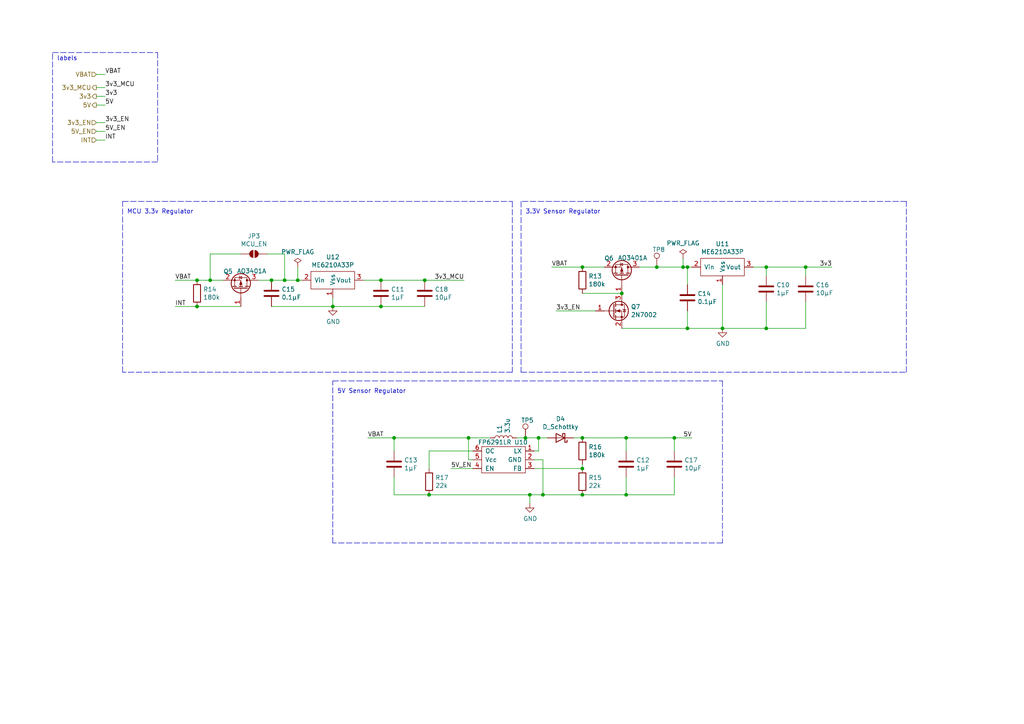
<source format=kicad_sch>
(kicad_sch (version 20250114) (generator "eeschema") (generator_version "9.0")
  (paper "A4")
  (title_block (title "SuperPower-uC") (date "2020-09-20") (rev "0.1") (comment 1 "Licence: CERN-OHL-W"))
  (lib_symbols
    (symbol "Connector:TestPoint" (pin_numbers (hide yes)) (pin_names (offset 0.762) (hide yes))
      (property "Reference" "TP" (at 0 6.858 0))
      (property "Value" "TestPoint" (at 0 5.08 0))
      (symbol "TestPoint_0_1"
        (circle (center 0 3.302) (radius 0.762))
      )
      (symbol "TestPoint_1_1"
        (pin passive line (at 0 0 90) (length 2.54) (name "1") (number "1"))
      )
    )
    (symbol "Device:C" (pin_numbers (hide yes)) (pin_names (offset 0.254))
      (property "Reference" "C" (at 0.635 2.54 0))
      (property "Value" "C" (at 0.635 -2.54 0))
      (symbol "C_0_1"
        (polyline (pts (xy -2.032 0.762) (xy 2.032 0.762)) (stroke (width 0.508)))
        (polyline (pts (xy -2.032 -0.762) (xy 2.032 -0.762)) (stroke (width 0.508)))
      )
      (symbol "C_1_1"
        (pin passive line (at 0 3.81 270) (length 2.794) (name "~") (number "1"))
        (pin passive line (at 0 -3.81 90) (length 2.794) (name "~") (number "2"))
      )
    )
    (symbol "Device:D_Schottky" (pin_numbers (hide yes)) (pin_names (offset 1.016) (hide yes))
      (property "Reference" "D" (at 0 2.54 0))
      (property "Value" "D_Schottky" (at 0 -2.54 0))
      (symbol "D_Schottky_0_1"
        (polyline (pts (xy -1.905 0.635) (xy -1.905 1.27) (xy -1.27 1.27) (xy -1.27 -1.27) (xy -0.635 -1.27) (xy -0.635 -0.635)) (stroke (width 0.254)))
        (polyline (pts (xy 1.27 1.27) (xy 1.27 -1.27) (xy -1.27 0) (xy 1.27 1.27)) (stroke (width 0.254)))
        (polyline (pts (xy 1.27 0) (xy -1.27 0)))
      )
      (symbol "D_Schottky_1_1"
        (pin passive line (at -3.81 0 0) (length 2.54) (name "K") (number "1"))
        (pin passive line (at 3.81 0 180) (length 2.54) (name "A") (number "2"))
      )
    )
    (symbol "Device:L" (pin_numbers (hide yes)) (pin_names (offset 1.016) (hide yes))
      (property "Reference" "L" (at -1.27 0 90))
      (property "Value" "L" (at 1.905 0 90))
      (symbol "L_0_1"
        (arc (start 0 2.54) (mid 0.6323 1.905) (end 0 1.27))
        (arc (start 0 1.27) (mid 0.6323 0.635) (end 0 0))
        (arc (start 0 0) (mid 0.6323 -0.635) (end 0 -1.27))
        (arc (start 0 -1.27) (mid 0.6323 -1.905) (end 0 -2.54))
      )
      (symbol "L_1_1"
        (pin passive line (at 0 3.81 270) (length 1.27) (name "1") (number "1"))
        (pin passive line (at 0 -3.81 90) (length 1.27) (name "2") (number "2"))
      )
    )
    (symbol "Device:R" (pin_numbers (hide yes)) (pin_names (offset 0))
      (property "Reference" "R" (at 2.032 0 90))
      (property "Value" "R" (at 0 0 90))
      (symbol "R_0_1"
        (rectangle (start -1.016 -2.54) (end 1.016 2.54) (stroke (width 0.254)))
      )
      (symbol "R_1_1"
        (pin passive line (at 0 3.81 270) (length 1.27) (name "~") (number "1"))
        (pin passive line (at 0 -3.81 90) (length 1.27) (name "~") (number "2"))
      )
    )
    (symbol "FP6291LR:FP6291LR" (pin_names (offset 1.016))
      (property "Reference" "U" (at 0 3.81 0))
      (property "Value" "FP6291LR" (at 0 6.35 0))
      (symbol "FP6291LR_0_0"
        (pin power_out line (at -8.89 3.81 0) (length 2.54) (name "LX") (number "1"))
        (pin power_in line (at -8.89 1.27 0) (length 2.54) (name "GND") (number "2"))
        (pin input line (at -8.89 -1.27 0) (length 2.54) (name "FB") (number "3"))
        (pin input line (at 8.89 3.81 180) (length 2.54) (name "OC") (number "6"))
        (pin power_in line (at 8.89 1.27 180) (length 2.54) (name "Vcc") (number "5"))
        (pin input line (at 8.89 -1.27 180) (length 2.54) (name "EN") (number "4"))
      )
      (symbol "FP6291LR_0_1"
        (rectangle (start -6.35 5.08) (end 6.35 -2.54))
      )
    )
    (symbol "Jumper:SolderJumper_2_Open" (pin_numbers (hide yes)) (pin_names (offset 0) (hide yes)) (exclude_from_sim yes) (in_bom no)
      (property "Reference" "JP" (at 0 2.032 0))
      (property "Value" "SolderJumper_2_Open" (at 0 -2.54 0))
      (symbol "SolderJumper_2_Open_0_1"
        (polyline (pts (xy -0.254 1.016) (xy -0.254 -1.016)))
        (arc (start -0.254 -1.016) (mid -1.2656 0) (end -0.254 1.016))
        (arc (start -0.254 -1.016) (mid -1.2656 0) (end -0.254 1.016) (fill (type outline)))
        (arc (start 0.254 1.016) (mid 1.2656 0) (end 0.254 -1.016))
        (arc (start 0.254 1.016) (mid 1.2656 0) (end 0.254 -1.016) (fill (type outline)))
        (polyline (pts (xy 0.254 1.016) (xy 0.254 -1.016)))
      )
      (symbol "SolderJumper_2_Open_1_1"
        (pin passive line (at -3.81 0 0) (length 2.54) (name "A") (number "1"))
        (pin passive line (at 3.81 0 180) (length 2.54) (name "B") (number "2"))
      )
    )
    (symbol "ME6210A33P:ME6210A33P" (pin_names (offset 1.016))
      (property "Reference" "U" (at 5.08 3.81 0))
      (property "Value" "ME6210A33P" (at -2.54 3.81 0))
      (symbol "ME6210A33P_0_0"
        (pin power_in line (at -8.89 0 0) (length 2.54) (name "Vin") (number "2"))
        (pin power_in line (at 0 -5.08 90) (length 2.54) (name "Vss") (number "1"))
        (pin power_out line (at 8.89 0 180) (length 2.54) (name "Vout") (number "3"))
      )
      (symbol "ME6210A33P_0_1"
        (rectangle (start -6.35 2.54) (end 6.35 -2.54))
      )
    )
    (symbol "Transistor_FET:2N7002" (pin_names (hide yes))
      (property "Reference" "Q" (at 5.08 1.905 0))
      (property "Value" "2N7002" (at 5.08 0 0))
      (symbol "2N7002_0_1"
        (polyline (pts (xy 0.254 1.905) (xy 0.254 -1.905)) (stroke (width 0.254)))
        (polyline (pts (xy 0.254 0) (xy -2.54 0)))
        (polyline (pts (xy 0.762 2.286) (xy 0.762 1.27)) (stroke (width 0.254)))
        (polyline (pts (xy 0.762 0.508) (xy 0.762 -0.508)) (stroke (width 0.254)))
        (polyline (pts (xy 0.762 -1.27) (xy 0.762 -2.286)) (stroke (width 0.254)))
        (polyline (pts (xy 0.762 -1.778) (xy 3.302 -1.778) (xy 3.302 1.778) (xy 0.762 1.778)))
        (polyline (pts (xy 1.016 0) (xy 2.032 0.381) (xy 2.032 -0.381) (xy 1.016 0)) (fill (type outline)))
        (circle (center 1.651 0) (radius 2.794) (stroke (width 0.254)))
        (polyline (pts (xy 2.54 2.54) (xy 2.54 1.778)))
        (circle (center 2.54 1.778) (radius 0.254) (fill (type outline)))
        (circle (center 2.54 -1.778) (radius 0.254) (fill (type outline)))
        (polyline (pts (xy 2.54 -2.54) (xy 2.54 0) (xy 0.762 0)))
        (polyline (pts (xy 2.794 0.508) (xy 2.921 0.381) (xy 3.683 0.381) (xy 3.81 0.254)))
        (polyline (pts (xy 3.302 0.381) (xy 2.921 -0.254) (xy 3.683 -0.254) (xy 3.302 0.381)))
      )
      (symbol "2N7002_1_1"
        (pin input line (at -5.08 0 0) (length 2.54) (name "G") (number "1"))
        (pin passive line (at 2.54 5.08 270) (length 2.54) (name "D") (number "3"))
        (pin passive line (at 2.54 -5.08 90) (length 2.54) (name "S") (number "2"))
      )
    )
    (symbol "Transistor_FET:AO3401A" (pin_names (hide yes))
      (property "Reference" "Q" (at 5.08 1.905 0))
      (property "Value" "AO3401A" (at 5.08 0 0))
      (symbol "AO3401A_0_1"
        (polyline (pts (xy 0.254 1.905) (xy 0.254 -1.905)) (stroke (width 0.254)))
        (polyline (pts (xy 0.254 0) (xy -2.54 0)))
        (polyline (pts (xy 0.762 2.286) (xy 0.762 1.27)) (stroke (width 0.254)))
        (polyline (pts (xy 0.762 1.778) (xy 3.302 1.778) (xy 3.302 -1.778) (xy 0.762 -1.778)))
        (polyline (pts (xy 0.762 0.508) (xy 0.762 -0.508)) (stroke (width 0.254)))
        (polyline (pts (xy 0.762 -1.27) (xy 0.762 -2.286)) (stroke (width 0.254)))
        (circle (center 1.651 0) (radius 2.794) (stroke (width 0.254)))
        (polyline (pts (xy 2.286 0) (xy 1.27 0.381) (xy 1.27 -0.381) (xy 2.286 0)) (fill (type outline)))
        (polyline (pts (xy 2.54 2.54) (xy 2.54 1.778)))
        (circle (center 2.54 1.778) (radius 0.254) (fill (type outline)))
        (circle (center 2.54 -1.778) (radius 0.254) (fill (type outline)))
        (polyline (pts (xy 2.54 -2.54) (xy 2.54 0) (xy 0.762 0)))
        (polyline (pts (xy 2.794 -0.508) (xy 2.921 -0.381) (xy 3.683 -0.381) (xy 3.81 -0.254)))
        (polyline (pts (xy 3.302 -0.381) (xy 2.921 0.254) (xy 3.683 0.254) (xy 3.302 -0.381)))
      )
      (symbol "AO3401A_1_1"
        (pin input line (at -5.08 0 0) (length 2.54) (name "G") (number "1"))
        (pin passive line (at 2.54 5.08 270) (length 2.54) (name "D") (number "3"))
        (pin passive line (at 2.54 -5.08 90) (length 2.54) (name "S") (number "2"))
      )
    )
    (symbol "power:GND" (power) (pin_numbers (hide yes)) (pin_names (offset 0) (hide yes))
      (property "Value" "GND" (at 0 -3.81 0))
      (symbol "GND_0_1"
        (polyline (pts (xy 0 0) (xy 0 -1.27) (xy 1.27 -1.27) (xy 0 -2.54) (xy -1.27 -1.27) (xy 0 -1.27)))
      )
      (symbol "GND_1_1"
        (pin power_in line (at 0 0 270) (length 0) (name "~") (number "1"))
      )
    )
    (symbol "power:PWR_FLAG" (power) (pin_numbers (hide yes)) (pin_names (offset 0) (hide yes))
      (property "Value" "PWR_FLAG" (at 0 3.81 0))
      (symbol "PWR_FLAG_0_0"
        (pin power_out line (at 0 0 90) (length 0) (name "~") (number "1"))
      )
      (symbol "PWR_FLAG_0_1"
        (polyline (pts (xy 0 0) (xy 0 1.27) (xy -1.016 1.905) (xy 0 2.54) (xy 1.016 1.905) (xy 0 1.27)))
      )
    )
  )
  (text "MCU 3.3v Regulator\n" (at 36.83 62.23 0) (effects (font (size 1.27 1.27)) (justify left bottom)))
  (text "3.3V Sensor Regulator\n" (at 152.4 62.23 0) (effects (font (size 1.27 1.27)) (justify left bottom)))
  (text "labels\n" (at 16.51 17.78 0) (effects (font (size 1.27 1.27)) (justify left bottom)))
  (text "5V Sensor Regulator" (at 97.79 114.3 0) (effects (font (size 1.27 1.27)) (justify left bottom)))
  (junction (at 110.49 81.28))
  (junction (at 60.96 81.28))
  (junction (at 198.12 77.47))
  (junction (at 96.52 88.9))
  (junction (at 199.39 95.25))
  (junction (at 153.67 143.51))
  (junction (at 82.55 81.28))
  (junction (at 157.48 143.51))
  (junction (at 110.49 88.9))
  (junction (at 114.3 127))
  (junction (at 181.61 143.51))
  (junction (at 168.91 143.51))
  (junction (at 57.15 88.9))
  (junction (at 124.46 143.51))
  (junction (at 156.21 127))
  (junction (at 190.5 77.47))
  (junction (at 168.91 127))
  (junction (at 222.25 95.25))
  (junction (at 180.34 85.09))
  (junction (at 135.89 127))
  (junction (at 233.68 77.47))
  (junction (at 57.15 81.28))
  (junction (at 168.91 135.89))
  (junction (at 78.74 81.28))
  (junction (at 86.36 81.28))
  (junction (at 181.61 127))
  (junction (at 209.55 95.25))
  (junction (at 123.19 81.28))
  (junction (at 168.91 77.47))
  (junction (at 199.39 77.47))
  (junction (at 195.58 127))
  (junction (at 152.4 127))
  (junction (at 222.25 77.47))
  (wire (pts (xy 198.12 74.93) (xy 198.12 77.47)))
  (wire (pts (xy 50.8 81.28) (xy 57.15 81.28)))
  (wire (pts (xy 181.61 138.43) (xy 181.61 143.51)))
  (wire (pts (xy 152.4 127) (xy 156.21 127)))
  (wire (pts (xy 199.39 90.17) (xy 199.39 95.25)))
  (wire (pts (xy 86.36 77.47) (xy 86.36 81.28)))
  (wire (pts (xy 168.91 135.89) (xy 168.91 134.62)))
  (wire (pts (xy 60.96 73.66) (xy 60.96 81.28)))
  (wire (pts (xy 195.58 127) (xy 195.58 130.81)))
  (wire (pts (xy 64.77 81.28) (xy 60.96 81.28)))
  (wire (pts (xy 124.46 130.81) (xy 137.16 130.81)))
  (polyline (pts (xy 209.55 110.49) (xy 209.55 157.48)) (stroke (width 0) (type dash)))
  (wire (pts (xy 161.29 90.17) (xy 172.72 90.17)))
  (polyline (pts (xy 262.89 107.95) (xy 262.89 58.42)) (stroke (width 0) (type dash)))
  (wire (pts (xy 30.48 30.48) (xy 27.94 30.48)))
  (wire (pts (xy 130.81 135.89) (xy 137.16 135.89)))
  (wire (pts (xy 105.41 81.28) (xy 110.49 81.28)))
  (wire (pts (xy 181.61 127) (xy 181.61 130.81)))
  (wire (pts (xy 50.8 88.9) (xy 57.15 88.9)))
  (wire (pts (xy 168.91 143.51) (xy 157.48 143.51)))
  (polyline (pts (xy 151.13 107.95) (xy 262.89 107.95)) (stroke (width 0) (type dash)))
  (wire (pts (xy 199.39 95.25) (xy 180.34 95.25)))
  (wire (pts (xy 181.61 143.51) (xy 168.91 143.51)))
  (wire (pts (xy 190.5 77.47) (xy 198.12 77.47)))
  (wire (pts (xy 168.91 85.09) (xy 180.34 85.09)))
  (wire (pts (xy 124.46 135.89) (xy 124.46 130.81)))
  (wire (pts (xy 60.96 73.66) (xy 69.85 73.66)))
  (wire (pts (xy 74.93 81.28) (xy 78.74 81.28)))
  (wire (pts (xy 78.74 88.9) (xy 96.52 88.9)))
  (wire (pts (xy 195.58 143.51) (xy 181.61 143.51)))
  (wire (pts (xy 114.3 143.51) (xy 124.46 143.51)))
  (polyline (pts (xy 262.89 58.42) (xy 151.13 58.42)) (stroke (width 0) (type dash)))
  (wire (pts (xy 135.89 127) (xy 114.3 127)))
  (wire (pts (xy 168.91 77.47) (xy 175.26 77.47)))
  (polyline (pts (xy 148.59 107.95) (xy 35.56 107.95)) (stroke (width 0) (type dash)))
  (wire (pts (xy 233.68 77.47) (xy 233.68 80.01)))
  (wire (pts (xy 222.25 87.63) (xy 222.25 95.25)))
  (wire (pts (xy 198.12 77.47) (xy 199.39 77.47)))
  (wire (pts (xy 149.86 127) (xy 152.4 127)))
  (wire (pts (xy 158.75 127) (xy 156.21 127)))
  (polyline (pts (xy 96.52 157.48) (xy 96.52 110.49)) (stroke (width 0) (type dash)))
  (wire (pts (xy 30.48 40.64) (xy 27.94 40.64)))
  (wire (pts (xy 153.67 143.51) (xy 153.67 146.05)))
  (wire (pts (xy 60.96 81.28) (xy 57.15 81.28)))
  (wire (pts (xy 82.55 81.28) (xy 86.36 81.28)))
  (wire (pts (xy 86.36 81.28) (xy 87.63 81.28)))
  (wire (pts (xy 154.94 130.81) (xy 156.21 130.81)))
  (wire (pts (xy 57.15 88.9) (xy 69.85 88.9)))
  (wire (pts (xy 106.68 127) (xy 114.3 127)))
  (polyline (pts (xy 35.56 107.95) (xy 35.56 58.42)) (stroke (width 0) (type dash)))
  (wire (pts (xy 30.48 27.94) (xy 27.94 27.94)))
  (wire (pts (xy 222.25 77.47) (xy 222.25 80.01)))
  (wire (pts (xy 209.55 95.25) (xy 222.25 95.25)))
  (wire (pts (xy 222.25 77.47) (xy 233.68 77.47)))
  (wire (pts (xy 77.47 73.66) (xy 82.55 73.66)))
  (wire (pts (xy 199.39 77.47) (xy 199.39 82.55)))
  (polyline (pts (xy 209.55 157.48) (xy 96.52 157.48)) (stroke (width 0) (type dash)))
  (wire (pts (xy 78.74 81.28) (xy 82.55 81.28)))
  (wire (pts (xy 209.55 95.25) (xy 199.39 95.25)))
  (polyline (pts (xy 96.52 110.49) (xy 209.55 110.49)) (stroke (width 0) (type dash)))
  (wire (pts (xy 142.24 127) (xy 135.89 127)))
  (wire (pts (xy 199.39 77.47) (xy 200.66 77.47)))
  (wire (pts (xy 218.44 77.47) (xy 222.25 77.47)))
  (wire (pts (xy 82.55 73.66) (xy 82.55 81.28)))
  (wire (pts (xy 124.46 143.51) (xy 153.67 143.51)))
  (wire (pts (xy 114.3 127) (xy 114.3 130.81)))
  (polyline (pts (xy 45.72 15.24) (xy 45.72 46.99)) (stroke (width 0) (type dash)))
  (wire (pts (xy 181.61 127) (xy 195.58 127)))
  (wire (pts (xy 30.48 38.1) (xy 27.94 38.1)))
  (wire (pts (xy 154.94 135.89) (xy 168.91 135.89)))
  (wire (pts (xy 168.91 127) (xy 181.61 127)))
  (wire (pts (xy 123.19 88.9) (xy 110.49 88.9)))
  (wire (pts (xy 110.49 81.28) (xy 123.19 81.28)))
  (wire (pts (xy 195.58 127) (xy 200.66 127)))
  (wire (pts (xy 96.52 88.9) (xy 110.49 88.9)))
  (polyline (pts (xy 15.24 46.99) (xy 15.24 15.24)) (stroke (width 0) (type dash)))
  (wire (pts (xy 137.16 133.35) (xy 135.89 133.35)))
  (wire (pts (xy 209.55 82.55) (xy 209.55 95.25)))
  (wire (pts (xy 135.89 133.35) (xy 135.89 127)))
  (wire (pts (xy 156.21 127) (xy 156.21 130.81)))
  (wire (pts (xy 96.52 86.36) (xy 96.52 88.9)))
  (wire (pts (xy 123.19 81.28) (xy 134.62 81.28)))
  (wire (pts (xy 222.25 95.25) (xy 233.68 95.25)))
  (wire (pts (xy 27.94 21.59) (xy 30.48 21.59)))
  (polyline (pts (xy 15.24 15.24) (xy 45.72 15.24)) (stroke (width 0) (type dash)))
  (wire (pts (xy 114.3 138.43) (xy 114.3 143.51)))
  (polyline (pts (xy 35.56 58.42) (xy 148.59 58.42)) (stroke (width 0) (type dash)))
  (wire (pts (xy 153.67 143.51) (xy 157.48 143.51)))
  (wire (pts (xy 154.94 133.35) (xy 157.48 133.35)))
  (wire (pts (xy 160.02 77.47) (xy 168.91 77.47)))
  (polyline (pts (xy 148.59 58.42) (xy 148.59 107.95)) (stroke (width 0) (type dash)))
  (wire (pts (xy 233.68 87.63) (xy 233.68 95.25)))
  (wire (pts (xy 233.68 77.47) (xy 241.3 77.47)))
  (wire (pts (xy 185.42 77.47) (xy 190.5 77.47)))
  (wire (pts (xy 157.48 133.35) (xy 157.48 143.51)))
  (polyline (pts (xy 45.72 46.99) (xy 15.24 46.99)) (stroke (width 0) (type dash)))
  (wire (pts (xy 30.48 25.4) (xy 27.94 25.4)))
  (wire (pts (xy 30.48 35.56) (xy 27.94 35.56)))
  (polyline (pts (xy 151.13 58.42) (xy 151.13 107.95)) (stroke (width 0) (type dash)))
  (wire (pts (xy 195.58 138.43) (xy 195.58 143.51)))
  (wire (pts (xy 168.91 127) (xy 166.37 127)))
  (label "5V_EN" (at 30.48 38.1 0))
  (label "INT" (at 30.48 40.64 0))
  (label "5V" (at 200.66 127 180))
  (label "VBAT" (at 106.68 127 0))
  (label "3v3" (at 30.48 27.94 0))
  (label "3v3" (at 241.3 77.47 180))
  (label "3v3_MCU" (at 30.48 25.4 0))
  (label "VBAT" (at 160.02 77.47 0))
  (label "VBAT" (at 50.8 81.28 0))
  (label "3v3_MCU" (at 134.62 81.28 180))
  (label "INT" (at 50.8 88.9 0))
  (label "5V_EN" (at 130.81 135.89 0))
  (label "VBAT" (at 30.48 21.59 0))
  (label "5V" (at 30.48 30.48 0))
  (label "3v3_EN" (at 161.29 90.17 0))
  (label "3v3_EN" (at 30.48 35.56 0))
  (hierarchical_label "3v3_EN" (shape input) (at 27.94 35.56 180))
  (hierarchical_label "INT" (shape input) (at 27.94 40.64 180))
  (hierarchical_label "5V_EN" (shape input) (at 27.94 38.1 180))
  (hierarchical_label "3v3_MCU" (shape output) (at 27.94 25.4 180))
  (hierarchical_label "VBAT" (shape input) (at 27.94 21.59 180))
  (hierarchical_label "3v3" (shape output) (at 27.94 27.94 180))
  (hierarchical_label "5V" (shape output) (at 27.94 30.48 180))
  (symbol (lib_id "FP6291LR:FP6291LR") (at 146.05 134.62 0) (mirror y) (unit 1)
    (property "Reference" "U10" (at 151.13 128.27 0))
    (property "Value" "FP6291LR" (at 143.51 128.27 0))
    (property "Footprint" "Package_TO_SOT_SMD:SOT-23-6_Handsoldering" (effects (hide yes)))
    (property "Datasheet" "www.feeling-tech.com.tw/km-master/ezcatfiles/cust/img/img/24/fp6291v064.pdf" (effects (hide yes)))
    (property "LCSC" "C18701" (effects (hide yes)))
  )
  (symbol (lib_id "ME6210A33P:ME6210A33P") (at 96.52 81.28 0) (unit 1)
    (property "Reference" "U12" (at 96.52 74.549 0))
    (property "Value" "ME6210A33P" (at 96.52 76.8604 0))
    (property "Footprint" "Package_TO_SOT_SMD:SOT-89-3_Handsoldering" (effects (hide yes)))
    (property "Datasheet" "https://datasheet.lcsc.com/szlcsc/1810201611_MICRONE-Nanjing-Micro-One-Elec-ME6210A33PG_C85233.pdf" (effects (hide yes)))
    (property "LCSC" "C85233" (effects (hide yes)))
  )
  (symbol (lib_id "ME6210A33P:ME6210A33P") (at 209.55 77.47 0) (unit 1)
    (property "Reference" "U11" (at 209.55 70.739 0))
    (property "Value" "ME6210A33P" (at 209.55 73.0504 0))
    (property "Footprint" "Package_TO_SOT_SMD:SOT-89-3_Handsoldering" (effects (hide yes)))
    (property "Datasheet" "https://datasheet.lcsc.com/szlcsc/1810201611_MICRONE-Nanjing-Micro-One-Elec-ME6210A33PG_C85233.pdf" (effects (hide yes)))
    (property "LCSC" "C85233" (effects (hide yes)))
  )
  (symbol (lib_id "Transistor_FET:AO3401A") (at 69.85 83.82 270) (mirror x) (unit 1)
    (property "Reference" "Q5" (at 64.77 78.74 90) (effects (justify left)))
    (property "Value" "AO3401A" (at 68.707 78.613 90) (effects (justify left)))
    (property "Footprint" "Package_TO_SOT_SMD:SOT-23_Handsoldering" (effects (hide yes)))
    (property "Datasheet" "http://www.aosmd.com/pdfs/datasheet/AO3401A.pdf" (effects (hide yes)))
    (property "LCSC" "C347476" (effects (hide yes)))
  )
  (symbol (lib_id "Transistor_FET:AO3401A") (at 180.34 80.01 270) (mirror x) (unit 1)
    (property "Reference" "Q6" (at 175.26 74.93 90) (effects (justify left)))
    (property "Value" "AO3401A" (at 179.197 74.803 90) (effects (justify left)))
    (property "Footprint" "Package_TO_SOT_SMD:SOT-23_Handsoldering" (effects (hide yes)))
    (property "Datasheet" "http://www.aosmd.com/pdfs/datasheet/AO3401A.pdf" (effects (hide yes)))
    (property "LCSC" "C347476" (effects (hide yes)))
  )
  (symbol (lib_id "Device:R") (at 168.91 81.28 0) (unit 1)
    (property "Reference" "R13" (at 170.688 80.1116 0) (effects (justify left)))
    (property "Value" "180k" (at 170.688 82.423 0) (effects (justify left)))
    (property "Footprint" "Resistor_SMD:R_0603_1608Metric_Pad0.98x0.95mm_HandSolder" (effects (hide yes)))
    (property "LCSC" "C22827" (effects (hide yes)))
  )
  (symbol (lib_id "Device:R") (at 57.15 85.09 0) (unit 1)
    (property "Reference" "R14" (at 58.928 83.9216 0) (effects (justify left)))
    (property "Value" "180k" (at 58.928 86.233 0) (effects (justify left)))
    (property "Footprint" "Resistor_SMD:R_0603_1608Metric_Pad0.98x0.95mm_HandSolder" (effects (hide yes)))
    (property "LCSC" "C22827" (effects (hide yes)))
  )
  (symbol (lib_id "Transistor_FET:2N7002") (at 177.8 90.17 0) (unit 1)
    (property "Reference" "Q7" (at 182.9816 89.0016 0) (effects (justify left)))
    (property "Value" "2N7002" (at 182.9816 91.313 0) (effects (justify left)))
    (property "Footprint" "Package_TO_SOT_SMD:SOT-23" (effects (hide yes)))
    (property "Datasheet" "https://www.fairchildsemi.com/datasheets/2N/2N7002.pdf" (effects (hide yes)))
    (property "LCSC" "C8545" (effects (hide yes)))
  )
  (symbol (lib_id "power:GND") (at 209.55 95.25 0) (unit 1)
    (property "Reference" "#PWR0112" (effects (hide yes)))
    (property "Value" "GND" (at 209.677 99.6442 0))
  )
  (symbol (lib_id "power:GND") (at 96.52 88.9 0) (unit 1)
    (property "Reference" "#PWR0113" (effects (hide yes)))
    (property "Value" "GND" (at 96.647 93.2942 0))
  )
  (symbol (lib_id "Device:C") (at 222.25 83.82 0) (unit 1)
    (property "Reference" "C10" (at 225.171 82.6516 0) (effects (justify left)))
    (property "Value" "1µF" (at 225.171 84.963 0) (effects (justify left)))
    (property "Footprint" "Capacitor_SMD:C_0603_1608Metric_Pad1.08x0.95mm_HandSolder" (effects (hide yes)))
    (property "LCSC" "C15849" (effects (hide yes)))
  )
  (symbol (lib_id "Jumper:SolderJumper_2_Open") (at 73.66 73.66 0) (unit 1)
    (property "Reference" "JP3" (at 73.66 68.453 0))
    (property "Value" "MCU_EN" (at 73.66 70.7644 0))
    (property "Footprint" "Jumper:SolderJumper-2_P1.3mm_Open_Pad1.0x1.5mm" (effects (hide yes)))
  )
  (symbol (lib_id "Device:C") (at 110.49 85.09 0) (unit 1)
    (property "Reference" "C11" (at 113.411 83.9216 0) (effects (justify left)))
    (property "Value" "1µF" (at 113.411 86.233 0) (effects (justify left)))
    (property "Footprint" "Capacitor_SMD:C_0603_1608Metric_Pad1.08x0.95mm_HandSolder" (effects (hide yes)))
    (property "LCSC" "C15849" (effects (hide yes)))
  )
  (symbol (lib_id "power:GND") (at 153.67 146.05 0) (unit 1)
    (property "Reference" "#PWR0114" (effects (hide yes)))
    (property "Value" "GND" (at 153.797 150.4442 0))
  )
  (symbol (lib_id "Device:R") (at 168.91 139.7 0) (unit 1)
    (property "Reference" "R15" (at 170.688 138.5316 0) (effects (justify left)))
    (property "Value" "22k" (at 170.688 140.843 0) (effects (justify left)))
    (property "Footprint" "Resistor_SMD:R_0603_1608Metric_Pad0.98x0.95mm_HandSolder" (effects (hide yes)))
    (property "LCSC" "C17560" (effects (hide yes)))
  )
  (symbol (lib_id "Device:L") (at 146.05 127 90) (unit 1)
    (property "Reference" "L1" (at 144.8816 125.6792 0) (effects (justify left)))
    (property "Value" "3.3u" (at 147.193 125.6792 0) (effects (justify left)))
    (property "Footprint" "Inductor_SMD:L_Bourns_SRP7028A_7.3x6.6mm" (effects (hide yes)))
    (property "Datasheet" "https://datasheet.lcsc.com/szlcsc/1912111437_Chilisin-Elec-MHCI06030-3R3M-R8A_C280586.pdf" (effects (hide yes)))
    (property "LCSC" "C280586" (effects (hide yes)))
  )
  (symbol (lib_id "Device:R") (at 168.91 130.81 0) (unit 1)
    (property "Reference" "R16" (at 170.688 129.6416 0) (effects (justify left)))
    (property "Value" "180k" (at 170.688 131.953 0) (effects (justify left)))
    (property "Footprint" "Resistor_SMD:R_0603_1608Metric_Pad0.98x0.95mm_HandSolder" (effects (hide yes)))
    (property "LCSC" "C22827" (effects (hide yes)))
  )
  (symbol (lib_id "Device:D_Schottky") (at 162.56 127 180) (unit 1)
    (property "Reference" "D4" (at 162.56 121.4882 0))
    (property "Value" "D_Schottky" (at 162.56 123.7996 0))
    (property "Footprint" "Diode_SMD:D_SOD-123" (effects (hide yes)))
    (property "Datasheet" "https://datasheet.lcsc.com/szlcsc/Changjiang-Electronics-Tech-CJ-B5819W_C8598.pdf" (effects (hide yes)))
    (property "LCSC" " C8598" (effects (hide yes)))
  )
  (symbol (lib_id "Device:R") (at 124.46 139.7 0) (unit 1)
    (property "Reference" "R17" (at 126.238 138.5316 0) (effects (justify left)))
    (property "Value" "22k" (at 126.238 140.843 0) (effects (justify left)))
    (property "Footprint" "Resistor_SMD:R_0603_1608Metric_Pad0.98x0.95mm_HandSolder" (effects (hide yes)))
    (property "LCSC" "C17560" (effects (hide yes)))
  )
  (symbol (lib_id "Device:C") (at 181.61 134.62 0) (unit 1)
    (property "Reference" "C12" (at 184.531 133.4516 0) (effects (justify left)))
    (property "Value" "1µF" (at 184.531 135.763 0) (effects (justify left)))
    (property "Footprint" "Capacitor_SMD:C_0603_1608Metric_Pad1.08x0.95mm_HandSolder" (effects (hide yes)))
    (property "LCSC" "C15849" (effects (hide yes)))
  )
  (symbol (lib_id "Device:C") (at 114.3 134.62 0) (unit 1)
    (property "Reference" "C13" (at 117.221 133.4516 0) (effects (justify left)))
    (property "Value" "1µF" (at 117.221 135.763 0) (effects (justify left)))
    (property "Footprint" "Capacitor_SMD:C_0603_1608Metric_Pad1.08x0.95mm_HandSolder" (effects (hide yes)))
    (property "LCSC" "C15849" (effects (hide yes)))
  )
  (symbol (lib_id "Device:C") (at 199.39 86.36 0) (unit 1)
    (property "Reference" "C14" (at 202.311 85.1916 0) (effects (justify left)))
    (property "Value" "0.1µF" (at 202.311 87.503 0) (effects (justify left)))
    (property "Footprint" "Capacitor_SMD:C_0603_1608Metric_Pad1.08x0.95mm_HandSolder" (effects (hide yes)))
    (property "LCSC" "C14858" (effects (hide yes)))
  )
  (symbol (lib_id "Device:C") (at 78.74 85.09 0) (unit 1)
    (property "Reference" "C15" (at 81.661 83.9216 0) (effects (justify left)))
    (property "Value" "0.1µF" (at 81.661 86.233 0) (effects (justify left)))
    (property "Footprint" "Capacitor_SMD:C_0603_1608Metric_Pad1.08x0.95mm_HandSolder" (effects (hide yes)))
    (property "LCSC" "C14858" (effects (hide yes)))
  )
  (symbol (lib_id "Device:C") (at 233.68 83.82 0) (unit 1)
    (property "Reference" "C16" (at 236.601 82.6516 0) (effects (justify left)))
    (property "Value" "10µF" (at 236.601 84.963 0) (effects (justify left)))
    (property "Footprint" "Capacitor_SMD:C_0603_1608Metric_Pad1.08x0.95mm_HandSolder" (effects (hide yes)))
    (property "LCSC" "C19702" (effects (hide yes)))
  )
  (symbol (lib_id "Device:C") (at 195.58 134.62 0) (unit 1)
    (property "Reference" "C17" (at 198.501 133.4516 0) (effects (justify left)))
    (property "Value" "10µF" (at 198.501 135.763 0) (effects (justify left)))
    (property "Footprint" "Capacitor_SMD:C_0603_1608Metric_Pad1.08x0.95mm_HandSolder" (effects (hide yes)))
    (property "LCSC" "C19702" (effects (hide yes)))
  )
  (symbol (lib_id "power:PWR_FLAG") (at 198.12 74.93 0) (unit 1)
    (property "Reference" "#FLG0105" (effects (hide yes)))
    (property "Value" "PWR_FLAG" (at 198.12 70.5358 0))
  )
  (symbol (lib_id "power:PWR_FLAG") (at 86.36 77.47 0) (unit 1)
    (property "Reference" "#FLG0106" (effects (hide yes)))
    (property "Value" "PWR_FLAG" (at 86.36 73.0758 0))
  )
  (symbol (lib_id "Device:C") (at 123.19 85.09 0) (unit 1)
    (property "Reference" "C18" (at 126.111 83.9216 0) (effects (justify left)))
    (property "Value" "10µF" (at 126.111 86.233 0) (effects (justify left)))
    (property "Footprint" "Capacitor_SMD:C_0603_1608Metric_Pad1.08x0.95mm_HandSolder" (effects (hide yes)))
    (property "LCSC" "C19702" (effects (hide yes)))
  )
  (symbol (lib_id "Connector:TestPoint") (at 152.4 127 0) (unit 1)
    (property "Reference" "TP5" (at 151.13 121.92 0) (effects (justify left)))
    (property "Value" "TestPoint" (effects (hide yes)))
    (property "Footprint" "TestPoint:TestPoint_Pad_1.5x1.5mm" (effects (hide yes)))
  )
  (symbol (lib_id "Connector:TestPoint") (at 190.5 77.47 0) (unit 1)
    (property "Reference" "TP8" (at 189.23 72.39 0) (effects (justify left)))
    (property "Value" "TestPoint" (effects (hide yes)))
    (property "Footprint" "TestPoint:TestPoint_Pad_1.5x1.5mm" (effects (hide yes)))
  )
)
</source>
